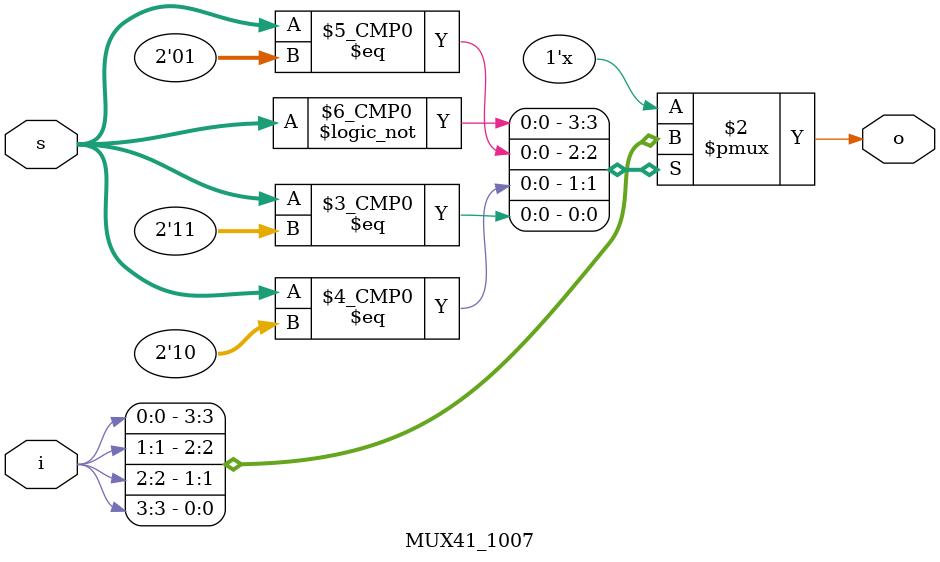
<source format=v>
`timescale 1ns / 1ps
module MUX41_1007(

	input [3:0]i,
   input [1:0]s,
   output reg o
    );
	 always @(s or i)
	  begin
	    case(s)
		  2'b00:o=i[0];
		  2'b01:o=i[1];
		  2'b10:o=i[2];
		  2'b11:o=i[3];
		  default:o=1'bx;
		 endcase

	  end

endmodule

</source>
